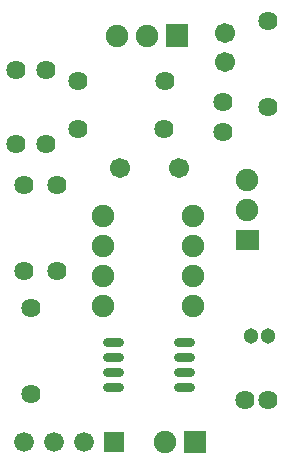
<source format=gbs>
G04 Layer: BottomSolderMaskLayer*
G04 EasyEDA v6.4.31, 2022-01-29 23:58:21*
G04 2823f7ec020141a2b4db78c869935daf,00a5ad12733442db97615573759eb5db,10*
G04 Gerber Generator version 0.2*
G04 Scale: 100 percent, Rotated: No, Reflected: No *
G04 Dimensions in millimeters *
G04 leading zeros omitted , absolute positions ,4 integer and 5 decimal *
%FSLAX45Y45*%
%MOMM*%

%ADD24C,1.7016*%
%ADD25C,1.9016*%
%ADD28C,1.3016*%
%ADD29C,1.6256*%
%ADD31C,1.6764*%
%ADD32C,0.8032*%

%LPD*%
D32*
X1632699Y1130300D02*
G01*
X1532699Y1130300D01*
X1632699Y1003300D02*
G01*
X1532699Y1003300D01*
X1632699Y876300D02*
G01*
X1532699Y876300D01*
X1632699Y749300D02*
G01*
X1532699Y749300D01*
X1032700Y1130300D02*
G01*
X932700Y1130300D01*
X1032700Y1003300D02*
G01*
X932700Y1003300D01*
X1032700Y876300D02*
G01*
X932700Y876300D01*
X1032700Y749300D02*
G01*
X932700Y749300D01*
D24*
G01*
X1930400Y3744493D03*
G01*
X1930400Y3494506D03*
D25*
G01*
X2120900Y2501900D03*
G01*
X2120900Y2247900D03*
G36*
X2025904Y1910079D02*
G01*
X2025904Y2077720D01*
X2215895Y2077720D01*
X2215895Y1910079D01*
G37*
G36*
X1429004Y3626104D02*
G01*
X1429004Y3816095D01*
X1618995Y3816095D01*
X1618995Y3626104D01*
G37*
G01*
X1270000Y3721100D03*
G01*
X1016000Y3721100D03*
G01*
X901700Y2197100D03*
G01*
X901700Y1943100D03*
G01*
X1663700Y1943100D03*
G01*
X1663700Y2197100D03*
G01*
X901700Y1689100D03*
G01*
X901700Y1435100D03*
G01*
X1663700Y1689100D03*
G01*
X1663700Y1435100D03*
D28*
G01*
X2147493Y1181100D03*
G01*
X2297506Y1181100D03*
D24*
G01*
X1045413Y2603500D03*
G01*
X1545412Y2603500D03*
D29*
G01*
X1917700Y2908300D03*
G01*
X1917700Y3162300D03*
G01*
X165100Y2806700D03*
G01*
X419100Y2806700D03*
G01*
X165100Y3429000D03*
G01*
X419100Y3429000D03*
G01*
X1419097Y2933700D03*
G01*
X689076Y2933700D03*
G01*
X2298700Y3114776D03*
G01*
X2298700Y3844797D03*
G01*
X228600Y1730476D03*
G01*
X228600Y2460497D03*
G01*
X508000Y1730476D03*
G01*
X508000Y2460497D03*
G01*
X292100Y1419097D03*
G01*
X292100Y689076D03*
G01*
X1419123Y3340100D03*
G01*
X689102Y3340100D03*
G01*
X2297175Y635000D03*
G01*
X2097024Y635000D03*
D25*
G01*
X1422400Y279400D03*
G36*
X1581404Y184404D02*
G01*
X1581404Y374395D01*
X1771395Y374395D01*
X1771395Y184404D01*
G37*
G36*
X906779Y195579D02*
G01*
X906779Y363220D01*
X1074420Y363220D01*
X1074420Y195579D01*
G37*
D31*
G01*
X736600Y279400D03*
G01*
X482600Y279400D03*
G01*
X228600Y279400D03*
M02*

</source>
